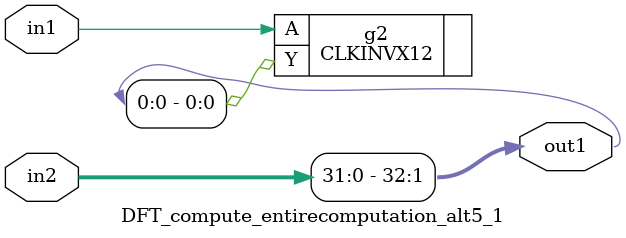
<source format=v>
`timescale 1ps / 1ps


module DFT_compute_entirecomputation_alt5_1(in1, in2, out1);
  input in1;
  input [31:0] in2;
  output [32:0] out1;
  wire in1;
  wire [31:0] in2;
  wire [32:0] out1;
  assign out1[1] = in2[0];
  assign out1[2] = in2[1];
  assign out1[3] = in2[2];
  assign out1[4] = in2[3];
  assign out1[5] = in2[4];
  assign out1[6] = in2[5];
  assign out1[7] = in2[6];
  assign out1[8] = in2[7];
  assign out1[9] = in2[8];
  assign out1[10] = in2[9];
  assign out1[11] = in2[10];
  assign out1[12] = in2[11];
  assign out1[13] = in2[12];
  assign out1[14] = in2[13];
  assign out1[15] = in2[14];
  assign out1[16] = in2[15];
  assign out1[17] = in2[16];
  assign out1[18] = in2[17];
  assign out1[19] = in2[18];
  assign out1[20] = in2[19];
  assign out1[21] = in2[20];
  assign out1[22] = in2[21];
  assign out1[23] = in2[22];
  assign out1[24] = in2[23];
  assign out1[25] = in2[24];
  assign out1[26] = in2[25];
  assign out1[27] = in2[26];
  assign out1[28] = in2[27];
  assign out1[29] = in2[28];
  assign out1[30] = in2[29];
  assign out1[31] = in2[30];
  assign out1[32] = in2[31];
  CLKINVX12 g2(.A (in1), .Y (out1[0]));
endmodule



</source>
